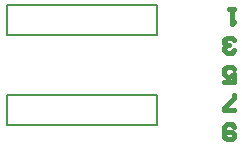
<source format=gto>
G04*
G04 #@! TF.GenerationSoftware,Altium Limited,Altium Designer,20.0.13 (296)*
G04*
G04 Layer_Color=65535*
%FSLAX24Y24*%
%MOIN*%
G70*
G01*
G75*
%ADD10C,0.0079*%
%ADD11C,0.0150*%
D10*
X29500Y35500D02*
Y36500D01*
X24500Y35500D02*
X29500D01*
X24500Y36500D02*
X29500D01*
X24500Y35500D02*
Y36500D01*
X29500Y38500D02*
Y39500D01*
X24500Y38500D02*
X29500D01*
X24500Y39500D02*
X29500D01*
X24500Y38500D02*
Y39500D01*
D11*
X32080Y35437D02*
X31997Y35521D01*
X31830D01*
X31747Y35437D01*
Y35104D01*
X31830Y35021D01*
X31997D01*
X32080Y35104D01*
Y35188D01*
X31997Y35271D01*
X31747D01*
X32080Y35981D02*
X31747D01*
Y36064D01*
X32080Y36397D01*
Y36481D01*
X31747Y36941D02*
X32080D01*
Y37190D01*
X31913Y37107D01*
X31830D01*
X31747Y37190D01*
Y37357D01*
X31830Y37440D01*
X31997D01*
X32080Y37357D01*
Y37984D02*
X31997Y37900D01*
X31830D01*
X31747Y37984D01*
Y38067D01*
X31830Y38150D01*
X31913D01*
X31830D01*
X31747Y38234D01*
Y38317D01*
X31830Y38400D01*
X31997D01*
X32080Y38317D01*
Y39360D02*
X31913D01*
X31997D01*
Y38860D01*
X32080Y38943D01*
M02*

</source>
